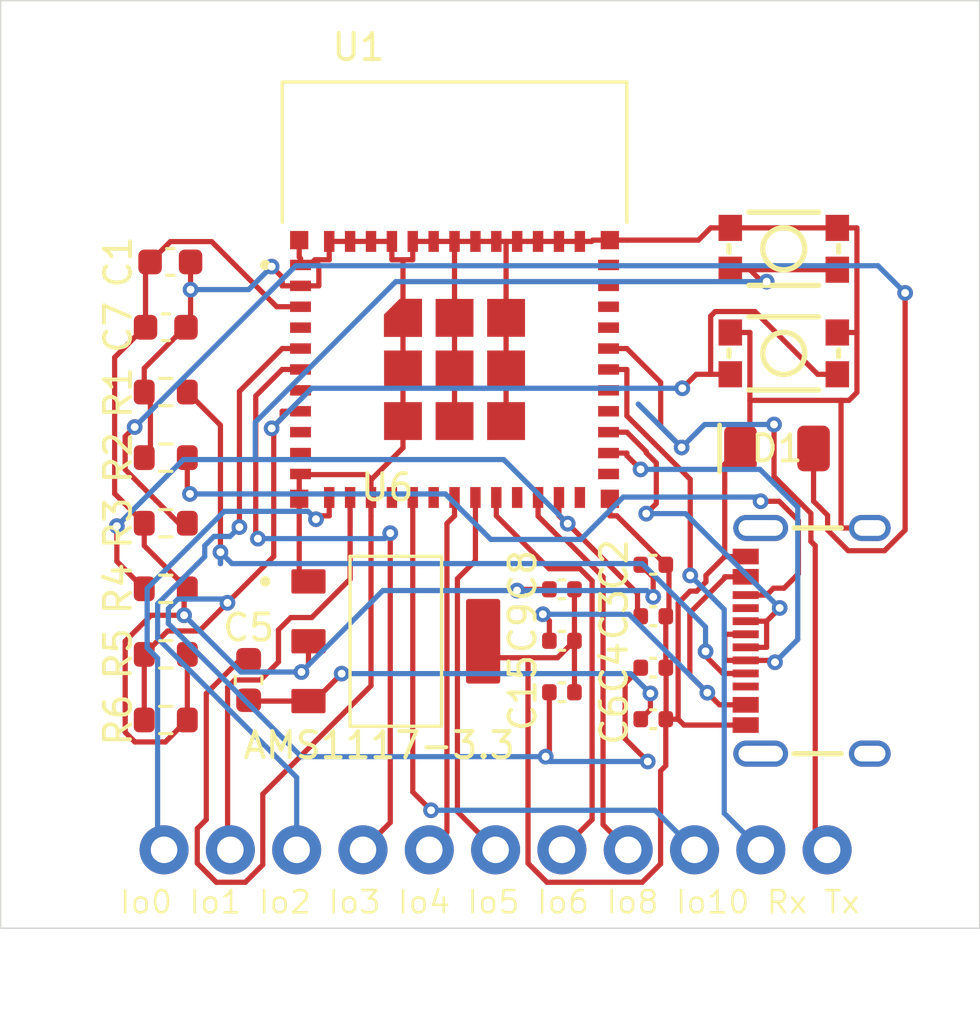
<source format=kicad_pcb>
(kicad_pcb (version 20241229) (generator "pcbnew") (generator_version "9.0")
  (layers (0 "F.Cu" signal) (2 "B.Cu" signal) (13 "F.Paste" user) (15 "B.Paste" user) (5 "F.SilkS" user "F.Silkscreen") (7 "B.SilkS" user "B.Silkscreen") (1 "F.Mask" user) (3 "B.Mask" user) (25 "Edge.Cuts" user))
  (net 0 "")
  (net 1 "GND")
  (net 2 "3V3")
  (net 3 "gpio9")
  (net 4 "chip_pu")
  (net 5 "5V")
  (net 6 "Vusb")
  (net 7 "Net-(D1-A)")
  (net 8 "TxD0")
  (net 9 "IO5")
  (net 10 "Io0")
  (net 11 "RxD0")
  (net 12 "IO10")
  (net 13 "I04")
  (net 14 "I01")
  (net 15 "IO6")
  (net 16 "I02")
  (net 17 "IO8")
  (net 18 "I03")
  (net 19 "Net-(J3-CC1)")
  (net 23 "D+")
  (net 24 "D-")
  (net 25 "Net-(J3-CC2)")
  (net 42 "EN_Boost")
  (footprint "PCM_SparkFun-Capacitor:C_0603_1608Metric" (layer "F.Cu") (at 72 62.5)
    (property "Reference" "C1")
    (property "Value" "10uF")
  )
  (footprint "PCM_SparkFun-LED:LED_1206_3216Metric_Green" (layer "F.Cu") (at 95.24 69.6402)
    (property "Reference" "D1")
    (property "Value" "Green")
  )
  (footprint "PCM_SparkFun-Capacitor:C_0402_1005Metric" (layer "F.Cu") (at 87 77)
    (property "Reference" "C9")
    (property "Value" "0.1uF")
  )
  (footprint "PCM_SparkFun-Capacitor:C_0402_1005Metric" (layer "F.Cu") (at 87 75.03)
    (property "Reference" "C8")
    (property "Value" "0.1uF")
  )
  (footprint "PCM_SparkFun-Switch:Push_SMD_4.6x2.8mm_h2.5mm" (layer "F.Cu") (at 95.5 66)
    (property "Reference" "SW2")
    (property "Value" "SMD_4.6x2.8mm_h2.5mm")
  )
  (footprint "PCM_SparkFun-Capacitor:C_0402_1005Metric" (layer "F.Cu") (at 90.5 78.03)
    (property "Reference" "C4")
    (property "Value" "0.1uF")
  )
  (footprint "AMS1117-3.3:SOT229P700X180-4N" (layer "F.Cu") (at 80.637 77.0175)
    (property "Reference" "U6")
    (property "Value" "AMS1117-3.3")
  )
  (footprint "PCM_SparkFun-Resistor:R_0603_1608Metric" (layer "F.Cu") (at 71.825 72.5)
    (property "Reference" "R3")
    (property "Value" "180")
  )
  (footprint "PCM_SparkFun-Capacitor:C_0603_1608Metric" (layer "F.Cu") (at 71.825 65)
    (property "Reference" "C7")
    (property "Value" "10uF")
  )
  (footprint "ESP32-C3-MINI-1-N4:XCVR_ESP32-C3-MINI-1-N4" (layer "F.Cu") (at 82.887 63.915)
    (property "Reference" "U1")
    (property "Value" "ESP32-C3-MINI-1-N4")
  )
  (footprint "PCM_SparkFun-Resistor:R_0603_1608Metric" (layer "F.Cu") (at 71.825 69.99)
    (property "Reference" "R2")
    (property "Value" "5.1k")
  )
  (footprint "PCM_SparkFun-Resistor:R_0603_1608Metric" (layer "F.Cu") (at 71.825 80.03)
    (property "Reference" "R6")
    (property "Value" "10k")
  )
  (footprint "PCM_SparkFun-Switch:Push_SMD_4.6x2.8mm_h2.5mm" (layer "F.Cu") (at 95.5 61.9968)
    (property "Reference" "SW1")
    (property "Value" "SMD_4.6x2.8mm_h2.5mm")
  )
  (footprint "PCM_SparkFun-Capacitor:C_0402_1005Metric" (layer "F.Cu") (at 87 78.97)
    (property "Reference" "C15")
    (property "Value" "1.0uF")
  )
  (footprint "PCM_SparkFun-Capacitor:C_0402_1005Metric" (layer "F.Cu") (at 90.5 76.06)
    (property "Reference" "C3")
    (property "Value" "0.1uF")
  )
  (footprint "PCM_SparkFun-Connector:USB-C_16" (layer "F.Cu") (at 93.7 77 90)
    (property "Reference" "J3")
    (property "Value" "USB_C_Receptacle")
  )
  (footprint "PCM_SparkFun-Connector:1x11_P2.54mm" (layer "F.Cu") (at 71.76 85)
    (property "Reference" "J1")
    (property "Value" "Conn_01x11")
  )
  (footprint "PCM_SparkFun-Resistor:R_0603_1608Metric" (layer "F.Cu") (at 71.825 75.01)
    (property "Reference" "R4")
    (property "Value" "10k")
  )
  (footprint "PCM_SparkFun-Capacitor:C_0402_1005Metric" (layer "F.Cu") (at 90.5 80)
    (property "Reference" "C6")
    (property "Value" "0.1uF")
  )
  (footprint "PCM_SparkFun-Resistor:R_0603_1608Metric" (layer "F.Cu") (at 71.825 67.48)
    (property "Reference" "R1")
    (property "Value" "5.1k")
  )
  (footprint "PCM_SparkFun-Capacitor:C_0603_1608Metric" (layer "F.Cu") (at 75 78.5 90)
    (property "Reference" "C5")
    (property "Value" "10uF")
  )
  (footprint "PCM_SparkFun-Resistor:R_0603_1608Metric" (layer "F.Cu") (at 71.825 77.52)
    (property "Reference" "R5")
    (property "Value" "10k")
  )
  (footprint "PCM_SparkFun-Capacitor:C_0402_1005Metric" (layer "F.Cu") (at 90.5 74.09)
    (property "Reference" "C2")
    (property "Value" "0.1uF")
  )
  (gr_rect (start 65.5 52.5) (end 103 88) (stroke (width 0.05)) (fill no) (layer "Edge.Cuts"))
  (gr_text "Io0 Io1 Io2 Io3 Io4 Io5 Io6 Io8 Io10 Rx Tx" (at 70 87.5 0) (layer "F.SilkS") (effects (font (size 0.85 0.86) (thickness 0.1)) (justify left bottom)))
  (segment (start 98.3017 61.1968) (end 98.3017 65.2) (width 0.2) (layer "F.Cu") (net 1))
  (segment (start 82.887 68.59) (end 82.887 66.615) (width 0.2) (layer "F.Cu") (net 1))
  (segment (start 85.7021 77.6476) (end 85.7021 85.5145) (width 0.2) (layer "F.Cu") (net 1))
  (segment (start 98.3017 67.4942) (end 97.9976 67.7983) (width 0.2) (layer "F.Cu") (net 1))
  (segment (start 87.48 77) (end 87.48 78.97) (width 0.2) (layer "F.Cu") (net 1))
  (segment (start 93.45 61.1968) (end 92.6983 61.1968) (width 0.2) (layer "F.Cu") (net 1))
  (segment (start 73.0315 85.5119) (end 73.0315 84.1889) (width 0.2) (layer "F.Cu") (net 1))
  (segment (start 94.2017 67.7983) (end 94.2017 69.2785) (width 0.2) (layer "F.Cu") (net 1))
  (segment (start 91.1017 74.2117) (end 90.98 74.09) (width 0.2) (layer "F.Cu") (net 1))
  (segment (start 79.687 71.515) (end 79.687 70.8133) (width 0.2) (layer "F.Cu") (net 1))
  (segment (start 76.937 62.3167) (end 76.987 62.3667) (width 0.2) (layer "F.Cu") (net 1))
  (segment (start 72.6 64.97) (end 72.775 64.795) (width 0.2) (layer "F.Cu") (net 1))
  (segment (start 88.837 61.665) (end 88.1853 61.665) (width 0.2) (layer "F.Cu") (net 1))
  (segment (start 88.1353 61.715) (end 87.687 61.715) (width 0.2) (layer "F.Cu") (net 1))
  (segment (start 77.292 74.7275) (end 76.937 74.3725) (width 0.2) (layer "F.Cu") (net 1))
  (segment (start 73.7611 86.2415) (end 73.0315 85.5119) (width 0.2) (layer "F.Cu") (net 1))
  (segment (start 97.6933 67.7983) (end 94.2017 67.7983) (width 0.2) (layer "F.Cu") (net 1))
  (segment (start 76.937 74.3725) (end 76.937 71.565) (width 0.2) (layer "F.Cu") (net 1))
  (segment (start 90.7815 85.5379) (end 90.7815 81.9782) (width 0.2) (layer "F.Cu") (net 1))
  (segment (start 73.3773 79.0207) (end 74.673 77.725) (width 0.2) (layer "F.Cu") (net 1))
  (segment (start 84.6121 77.6476) (end 85.7021 77.6476) (width 0.2) (layer "F.Cu") (net 1))
  (segment (start 87.687 61.715) (end 86.887 61.715) (width 0.2) (layer "F.Cu") (net 1))
  (segment (start 92.2301 61.665) (end 89.4887 61.665) (width 0.2) (layer "F.Cu") (net 1))
  (segment (start 76.987 62.3667) (end 76.987 62.615) (width 0.2) (layer "F.Cu") (net 1))
  (segment (start 78.087 61.715) (end 78.087 62.4167) (width 0.2) (layer "F.Cu") (net 1))
  (segment (start 86.4291 86.2415) (end 90.0779 86.2415) (width 0.2) (layer "F.Cu") (net 1))
  (segment (start 92.5174 74.4959) (end 93.2383 73.775) (width 0.2) (layer "F.Cu") (net 1))
  (segment (start 92.6983 61.1968) (end 92.2301 61.665) (width 0.2) (layer "F.Cu") (net 1))
  (segment (start 91.1017 75.9383) (end 91.1017 74.2117) (width 0.2) (layer "F.Cu") (net 1))
  (segment (start 94.04 80.225) (end 91.6772 80.225) (width 0.2) (layer "F.Cu") (net 1))
  (segment (start 71 66.57) (end 71 67.48) (width 0.2) (layer "F.Cu") (net 1))
  (segment (start 75.5415 85.572) (end 74.872 86.2415) (width 0.2) (layer "F.Cu") (net 1))
  (segment (start 77.3379 62.615) (end 77.6887 62.615) (width 0.2) (layer "F.Cu") (net 1))
  (segment (start 86.087 61.715) (end 86.037 61.715) (width 0.2) (layer "F.Cu") (net 1))
  (segment (start 90.98 78.03) (end 90.98 76.06) (width 0.2) (layer "F.Cu") (net 1))
  (segment (start 74.872 86.2415) (end 73.7611 86.2415) (width 0.2) (layer "F.Cu") (net 1))
  (segment (start 76.937 71.565) (end 76.937 70.69) (width 0.2) (layer "F.Cu") (net 1))
  (segment (start 85.887 61.715) (end 85.687 61.715) (width 0.2) (layer "F.Cu") (net 1))
  (segment (start 79.687 70.8133) (end 79.7154 70.8133) (width 0.2) (layer "F.Cu") (net 1))
  (segment (start 71 69.99) (end 71.2362 69.7538) (width 0.2) (layer "F.Cu") (net 1))
  (segment (start 98.3017 65.2) (end 98.3017 67.4942) (width 0.2) (layer "F.Cu") (net 1))
  (segment (start 78.887 61.715) (end 79.687 61.715) (width 0.2) (layer "F.Cu") (net 1))
  (segment (start 80.912 69.1033) (end 80.912 66.615) (width 0.2) (layer "F.Cu") (net 1))
  (segment (start 72.775 64.795) (end 72.775 63.5592) (width 0.2) (layer "F.Cu") (net 1))
  (segment (start 80.487 61.715) (end 80.487 62.4167) (width 0.2) (layer "F.Cu") (net 1))
  (segment (start 71.2362 69.7538) (end 71.2362 67.7162) (width 0.2) (layer "F.Cu") (net 1))
  (segment (start 80.912 64.64) (end 80.912 62.4167) (width 0.2) (layer "F.Cu") (net 1))
  (segment (start 80.912 62.4167) (end 81.287 62.4167) (width 0.2) (layer "F.Cu") (net 1))
  (segment (start 83.982 77.0175) (end 84.6121 77.6476) (width 0.2) (layer "F.Cu") (net 1))
  (segment (start 88.837 72.2167) (end 89.1067 72.2167) (width 0.2) (layer "F.Cu") (net 1))
  (segment (start 74.673 77.725) (end 75 77.725) (width 0.2) (layer "F.Cu") (net 1))
  (segment (start 88.837 61.665) (end 89.4887 61.665) (width 0.2) (layer "F.Cu") (net 1))
  (segment (start 91.4522 75.5611) (end 91.9141 75.0992) (width 0.2) (layer "F.Cu") (net 1))
  (segment (start 79.687 78.7225) (end 75.5415 82.868) (width 0.2) (layer "F.Cu") (net 1))
  (segment (start 91.4522 80) (end 91.4522 75.5611) (width 0.2) (layer "F.Cu") (net 1))
  (segment (start 85.7021 77.6476) (end 86.8324 77.6476) (width 0.2) (layer "F.Cu") (net 1))
  (segment (start 77.3379 62.615) (end 77.5362 62.4167) (width 0.2) (layer "F.Cu") (net 1))
  (segment (start 84.862 68.59) (end 84.862 66.615) (width 0.2) (layer "F.Cu") (net 1))
  (segment (start 87.48 77) (end 87.48 75.03) (width 0.2) (layer "F.Cu") (net 1))
  (segment (start 85.287 61.715) (end 84.862 61.715) (width 0.2) (layer "F.Cu") (net 1))
  (segment (start 98.795 72.682) (end 97.6933 72.682) (width 0.2) (layer "F.Cu") (net 1))
  (segment (start 86.887 61.715) (end 86.087 61.715) (width 0.2) (layer "F.Cu") (net 1))
  (segment (start 91.9141 75.0992) (end 92.1649 75.0992) (width 0.2) (layer "F.Cu") (net 1))
  (segment (start 97.55 61.1968) (end 98.3017 61.1968) (width 0.2) (layer "F.Cu") (net 1))
  (segment (start 94.2017 65.2) (end 94.2017 67.7983) (width 0.2) (layer "F.Cu") (net 1))
  (segment (start 76.987 70.64) (end 76.987 70.615) (width 0.2) (layer "F.Cu") (net 1))
  (segment (start 85.687 61.715) (end 85.287 61.715) (width 0.2) (layer "F.Cu") (net 1))
  (segment (start 78.087 61.715) (end 78.887 61.715) (width 0.2) (layer "F.Cu") (net 1))
  (segment (start 77.6887 63.415) (end 77.6887 62.615) (width 0.2) (layer "F.Cu") (net 1))
  (segment (start 93.2383 70.2419) (end 93.2383 73.775) (width 0.2) (layer "F.Cu") (net 1))
  (segment (start 82.887 64.64) (end 82.887 66.615) (width 0.2) (layer "F.Cu") (net 1))
  (segment (start 97.55 65.2) (end 98.3017 65.2) (width 0.2) (layer "F.Cu") (net 1))
  (segment (start 83.687 61.715) (end 82.887 61.715) (width 0.2) (layer "F.Cu") (net 1))
  (segment (start 82.887 61.715) (end 82.087 61.715) (width 0.2) (layer "F.Cu") (net 1))
  (segment (start 76.987 63.415) (end 77.6887 63.415) (width 0.2) (layer "F.Cu") (net 1))
  (segment (start 79.687 71.515) (end 79.687 72.2167) (width 0.2) (layer "F.Cu") (net 1))
  (segment (start 90.9906 78.0406) (end 90.98 78.03) (width 0.2) (layer "F.Cu") (net 1))
  (segment (start 80.912 68.59) (end 80.912 69.1033) (width 0.2) (layer "F.Cu") (net 1))
  (segment (start 79.687 61.715) (end 80.487 61.715) (width 0.2) (layer "F.Cu") (net 1))
  (segment (start 72.6 64.97) (end 71 66.57) (width 0.2) (layer "F.Cu") (net 1))
  (segment (start 90.9906 79.9894) (end 90.9906 78.0406) (width 0.2) (layer "F.Cu") (net 1))
  (segment (start 85.7021 85.5145) (end 86.4291 86.2415) (width 0.2) (layer "F.Cu") (net 1))
  (segment (start 73.3773 83.8431) (end 73.3773 79.0207) (width 0.2) (layer "F.Cu") (net 1))
  (segment (start 90.0779 86.2415) (end 90.7815 85.5379) (width 0.2) (layer "F.Cu") (net 1))
  (segment (start 76.987 62.615) (end 77.3379 62.615) (width 0.2) (layer "F.Cu") (net 1))
  (segment (start 97.9976 67.7983) (end 97.6933 67.7983) (width 0.2) (layer "F.Cu") (net 1))
  (segment (start 77.5362 62.4167) (end 78.087 62.4167) (width 0.2) (layer "F.Cu") (net 1))
  (segment (start 84.862 61.715) (end 84.487 61.715) (width 0.2) (layer "F.Cu") (net 1))
  (segment (start 72.775 63.5592) (end 72.775 62.5) (width 0.2) (layer "F.Cu") (net 1))
  (segment (start 76.937 70.69) (end 76.987 70.64) (width 0.2) (layer "F.Cu") (net 1))
  (segment (start 94.2017 69.2785) (end 93.84 69.6402) (width 0.2) (layer "F.Cu") (net 1))
  (segment (start 85.987 61.715) (end 85.887 61.715) (width 0.2) (layer "F.Cu") (net 1))
  (segment (start 76.987 70.64) (end 79.5137 70.64) (width 0.2) (layer "F.Cu") (net 1))
  (segment (start 90.98 81.7797) (end 90.98 80) (width 0.2) (layer "F.Cu") (net 1))
  (segment (start 91.4522 80) (end 90.98 80) (width 0.2) (layer "F.Cu") (net 1))
  (segment (start 79.5137 70.64) (end 79.687 70.8133) (width 0.2) (layer "F.Cu") (net 1))
  (segment (start 90.98 76.06) (end 91.1017 75.9383) (width 0.2) (layer "F.Cu") (net 1))
  (segment (start 90.7815 81.9782) (end 90.98 81.7797) (width 0.2) (layer "F.Cu") (net 1))
  (segment (start 75.8811 62.679) (end 76.2853 63.0832) (width 0.2) (layer "F.Cu") (net 1))
  (segment (start 91.6772 80.225) (end 91.4522 80) (width 0.2) (layer "F.Cu") (net 1))
  (segment (start 86.037 61.715) (end 85.987 61.715) (width 0.2) (layer "F.Cu") (net 1))
  (segment (start 76.987 63.415) (end 76.2853 63.415) (width 0.2) (layer "F.Cu") (net 1))
  (segment (start 71.2362 67.7162) (end 71 67.48) (width 0.2) (layer "F.Cu") (net 1))
  (segment (start 81.287 61.715) (end 81.287 62.4167) (width 0.2) (layer "F.Cu") (net 1))
  (segment (start 84.862 64.64) (end 84.862 66.615) (width 0.2) (layer "F.Cu") (net 1))
  (segment (start 93.45 61.1968) (end 97.55 61.1968) (width 0.2) (layer "F.Cu") (net 1))
  (segment (start 73.0315 84.1889) (end 73.3773 83.8431) (width 0.2) (layer "F.Cu") (net 1))
  (segment (start 76.2853 63.0832) (end 76.2853 63.415) (width 0.2) (layer "F.Cu") (net 1))
  (segment (start 93.45 65.2) (end 94.2017 65.2) (width 0.2) (layer "F.Cu") (net 1))
  (segment (start 88.1853 61.665) (end 88.1353 61.715) (width 0.2) (layer "F.Cu") (net 1))
  (segment (start 93.84 69.6402) (end 93.2383 70.2419) (width 0.2) (layer "F.Cu") (net 1))
  (segment (start 82.887 61.715) (end 82.887 64.64) (width 0.2) (layer "F.Cu") (net 1))
  (segment (start 92.1649 75.0992) (end 92.5174 74.7467) (width 0.2) (layer "F.Cu") (net 1))
  (segment (start 90.98 80) (end 90.9906 79.9894) (width 0.2) (layer "F.Cu") (net 1))
  (segment (start 80.487 62.4167) (end 80.912 62.4167) (width 0.2) (layer "F.Cu") (net 1))
  (segment (start 79.7154 70.8133) (end 80.912 69.6167) (width 0.2) (layer "F.Cu") (net 1))
  (segment (start 80.912 64.64) (end 80.912 66.615) (width 0.2) (layer "F.Cu") (net 1))
  (segment (start 79.687 72.2167) (end 79.687 78.7225) (width 0.2) (layer "F.Cu") (net 1))
  (segment (start 82.087 61.715) (end 81.287 61.715) (width 0.2) (layer "F.Cu") (net 1))
  (segment (start 80.912 69.1033) (end 80.912 69.6167) (width 0.2) (layer "F.Cu") (net 1))
  (segment (start 97.6933 67.7983) (end 97.6933 72.682) (width 0.2) (layer "F.Cu") (net 1))
  (segment (start 75.5415 82.868) (end 75.5415 85.572) (width 0.2) (layer "F.Cu") (net 1))
  (segment (start 94.04 73.775) (end 93.2383 73.775) (width 0.2) (layer "F.Cu") (net 1))
  (segment (start 88.837 71.565) (end 88.837 72.2167) (width 0.2) (layer "F.Cu") (net 1))
  (segment (start 89.1067 72.2167) (end 90.98 74.09) (width 0.2) (layer "F.Cu") (net 1))
  (segment (start 84.487 61.715) (end 83.687 61.715) (width 0.2) (layer "F.Cu") (net 1))
  (segment (start 86.8324 77.6476) (end 87.48 77) (width 0.2) (layer "F.Cu") (net 1))
  (segment (start 84.862 61.715) (end 84.862 64.64) (width 0.2) (layer "F.Cu") (net 1))
  (segment (start 92.5174 74.7467) (end 92.5174 74.4959) (width 0.2) (layer "F.Cu") (net 1))
  (segment (start 76.937 61.665) (end 76.937 62.3167) (width 0.2) (layer "F.Cu") (net 1))
  (via (at 72.775 63.5592) (size 0.6) (drill 0.3) (layers "F.Cu" "B.Cu") (net 1))
  (via (at 75.8811 62.679) (size 0.6) (drill 0.3) (layers "F.Cu" "B.Cu") (net 1))
  (segment (start 75.0009 63.5592) (end 75.8811 62.679) (width 0.2) (layer "B.Cu") (net 1))
  (segment (start 72.775 63.5592) (end 75.0009 63.5592) (width 0.2) (layer "B.Cu") (net 1))
  (segment (start 90.4977 74.5677) (end 90.4977 75.3171) (width 0.2) (layer "F.Cu") (net 2))
  (segment (start 77.0237 78.1938) (end 77.292 77.9255) (width 0.2) (layer "F.Cu") (net 2))
  (segment (start 86.52 75.03) (end 85.3288 75.03) (width 0.2) (layer "F.Cu") (net 2))
  (segment (start 70.2706 77.0154) (end 71.2636 76.0224) (width 0.2) (layer "F.Cu") (net 2))
  (segment (start 72.65 77.52) (end 72.65 80.03) (width 0.2) (layer "F.Cu") (net 2))
  (segment (start 69.8672 71.3672) (end 71 72.5) (width 0.2) (layer "F.Cu") (net 2))
  (segment (start 72.5279 75.1321) (end 72.65 75.01) (width 0.2) (layer "F.Cu") (net 2))
  (segment (start 85.3288 75.03) (end 85.2822 75.0766) (width 0.2) (layer "F.Cu") (net 2))
  (segment (start 76.987 64.215) (end 76.0759 64.215) (width 0.2) (layer "F.Cu") (net 2))
  (segment (start 71.8089 80.8711) (end 70.6428 80.8711) (width 0.2) (layer "F.Cu") (net 2))
  (segment (start 71 73.36) (end 71 72.5) (width 0.2) (layer "F.Cu") (net 2))
  (segment (start 71.05 62.675) (end 71.05 64.97) (width 0.2) (layer "F.Cu") (net 2))
  (segment (start 77.292 77.9255) (end 77.292 77.0175) (width 0.2) (layer "F.Cu") (net 2))
  (segment (start 71.05 64.97) (end 69.8672 66.1528) (width 0.2) (layer "F.Cu") (net 2))
  (segment (start 72.65 80.03) (end 71.8089 80.8711) (width 0.2) (layer "F.Cu") (net 2))
  (segment (start 72.65 75.01) (end 71 73.36) (width 0.2) (layer "F.Cu") (net 2))
  (segment (start 76.0759 64.215) (end 73.5824 61.7215) (width 0.2) (layer "F.Cu") (net 2))
  (segment (start 70.6428 80.8711) (end 70.2706 80.4989) (width 0.2) (layer "F.Cu") (net 2))
  (segment (start 73.5824 61.7215) (end 72.0035 61.7215) (width 0.2) (layer "F.Cu") (net 2))
  (segment (start 70.2706 80.4989) (end 70.2706 77.0154) (width 0.2) (layer "F.Cu") (net 2))
  (segment (start 71.2636 76.0224) (end 72.5279 76.0224) (width 0.2) (layer "F.Cu") (net 2))
  (segment (start 71.225 62.5) (end 71.05 62.675) (width 0.2) (layer "F.Cu") (net 2))
  (segment (start 72.0035 61.7215) (end 71.225 62.5) (width 0.2) (layer "F.Cu") (net 2))
  (segment (start 90.02 74.09) (end 90.4977 74.5677) (width 0.2) (layer "F.Cu") (net 2))
  (segment (start 69.8672 66.1528) (end 69.8672 71.3672) (width 0.2) (layer "F.Cu") (net 2))
  (segment (start 72.5279 76.0224) (end 72.5279 75.1321) (width 0.2) (layer "F.Cu") (net 2))
  (via (at 85.2822 75.0766) (size 0.6) (drill 0.3) (layers "F.Cu" "B.Cu") (net 2))
  (via (at 90.4977 75.3171) (size 0.6) (drill 0.3) (layers "F.Cu" "B.Cu") (net 2))
  (via (at 72.5279 76.0224) (size 0.6) (drill 0.3) (layers "F.Cu" "B.Cu") (net 2))
  (via (at 77.0237 78.1938) (size 0.6) (drill 0.3) (layers "F.Cu" "B.Cu") (net 2))
  (segment (start 90.4977 75.3171) (end 90.2572 75.0766) (width 0.2) (layer "B.Cu") (net 2))
  (segment (start 90.2572 75.0766) (end 85.2822 75.0766) (width 0.2) (layer "B.Cu") (net 2))
  (segment (start 72.5279 76.0224) (end 74.6993 78.1938) (width 0.2) (layer "B.Cu") (net 2))
  (segment (start 74.6993 78.1938) (end 77.0237 78.1938) (width 0.2) (layer "B.Cu") (net 2))
  (segment (start 77.0237 78.1938) (end 80.1409 75.0766) (width 0.2) (layer "B.Cu") (net 2))
  (segment (start 80.1409 75.0766) (end 85.2822 75.0766) (width 0.2) (layer "B.Cu") (net 2))
  (segment (start 87.2221 72.5153) (end 89.896 75.1892) (width 0.2) (layer "F.Cu") (net 3))
  (segment (start 71 75.01) (end 69.9512 73.9612) (width 0.2) (layer "F.Cu") (net 3))
  (segment (start 93.45 62.7968) (end 94.2017 62.7968) (width 0.2) (layer "F.Cu") (net 3))
  (segment (start 87.1856 72.5153) (end 86.887 72.2167) (width 0.2) (layer "F.Cu") (net 3))
  (segment (start 94.6586 63.2537) (end 94.8434 63.2537) (width 0.2) (layer "F.Cu") (net 3))
  (segment (start 69.9512 73.9612) (end 69.9512 72.6109) (width 0.2) (layer "F.Cu") (net 3))
  (segment (start 89.896 75.1892) (end 89.896 75.936) (width 0.2) (layer "F.Cu") (net 3))
  (segment (start 94.2017 62.7968) (end 94.6586 63.2537) (width 0.2) (layer "F.Cu") (net 3))
  (segment (start 97.55 62.7968) (end 94.2017 62.7968) (width 0.2) (layer "F.Cu") (net 3))
  (segment (start 89.896 75.936) (end 90.02 76.06) (width 0.2) (layer "F.Cu") (net 3))
  (segment (start 86.887 71.515) (end 86.887 72.2167) (width 0.2) (layer "F.Cu") (net 3))
  (segment (start 87.2221 72.5153) (end 87.1856 72.5153) (width 0.2) (layer "F.Cu") (net 3))
  (via (at 94.8434 63.2537) (size 0.6) (drill 0.3) (layers "F.Cu" "B.Cu") (net 3))
  (via (at 69.9512 72.6109) (size 0.6) (drill 0.3) (layers "F.Cu" "B.Cu") (net 3))
  (via (at 87.2221 72.5153) (size 0.6) (drill 0.3) (layers "F.Cu" "B.Cu") (net 3))
  (segment (start 80.6352 63.2537) (end 94.8434 63.2537) (width 0.2) (layer "B.Cu") (net 3))
  (segment (start 72.498 70.0641) (end 69.9512 72.6109) (width 0.2) (layer "B.Cu") (net 3))
  (segment (start 84.7709 70.0641) (end 87.2221 72.5153) (width 0.2) (layer "B.Cu") (net 3))
  (segment (start 75.2533 68.6356) (end 80.6352 63.2537) (width 0.2) (layer "B.Cu") (net 3))
  (segment (start 75.2533 70.0641) (end 75.2533 68.6356) (width 0.2) (layer "B.Cu") (net 3))
  (segment (start 75.2533 70.0641) (end 84.7709 70.0641) (width 0.2) (layer "B.Cu") (net 3))
  (segment (start 75.2533 70.0641) (end 72.498 70.0641) (width 0.2) (layer "B.Cu") (net 3))
  (segment (start 90.02 78.03) (end 89.4219 78.6281) (width 0.2) (layer "F.Cu") (net 4))
  (segment (start 76.6362 68.215) (end 76.2853 68.215) (width 0.2) (layer "F.Cu") (net 4))
  (segment (start 75.961 68.9486) (end 75.8811 68.8687) (width 0.2) (layer "F.Cu") (net 4))
  (segment (start 71 77.52) (end 71 80.03) (width 0.2) (layer "F.Cu") (net 4))
  (segment (start 97.55 66.8) (end 96.7983 66.8) (width 0.2) (layer "F.Cu") (net 4))
  (segment (start 76.6362 68.215) (end 76.987 68.215) (width 0.2) (layer "F.Cu") (net 4))
  (segment (start 71 77.52) (end 71.8959 76.6241) (width 0.2) (layer "F.Cu") (net 4))
  (segment (start 74.1871 75.546) (end 75.961 73.7721) (width 0.2) (layer "F.Cu") (net 4))
  (segment (start 92.875 64.3983) (end 94.3966 64.3983) (width 0.2) (layer "F.Cu") (net 4))
  (segment (start 86.52 81.292) (end 86.52 78.97) (width 0.2) (layer "F.Cu") (net 4))
  (segment (start 94.3966 64.3983) (end 96.7983 66.8) (width 0.2) (layer "F.Cu") (net 4))
  (segment (start 75.961 73.7721) (end 75.961 68.9486) (width 0.2) (layer "F.Cu") (net 4))
  (segment (start 92.7578 66.8) (end 92.6983 66.8) (width 0.2) (layer "F.Cu") (net 4))
  (segment (start 93.45 66.8) (end 92.7578 66.8) (width 0.2) (layer "F.Cu") (net 4))
  (segment (start 89.4219 78.6281) (end 89.4219 80.7515) (width 0.2) (layer "F.Cu") (net 4))
  (segment (start 89.4219 80.7515) (end 90.2896 81.6192) (width 0.2) (layer "F.Cu") (net 4))
  (segment (start 92.6983 66.8) (end 92.1478 66.8) (width 0.2) (layer "F.Cu") (net 4))
  (segment (start 75.8811 68.8687) (end 76.2853 68.4645) (width 0.2) (layer "F.Cu") (net 4))
  (segment (start 76.2853 68.4645) (end 76.2853 68.215) (width 0.2) (layer "F.Cu") (net 4))
  (segment (start 92.6983 66.8) (end 92.6983 64.575) (width 0.2) (layer "F.Cu") (net 4))
  (segment (start 73.109 76.6241) (end 74.1871 75.546) (width 0.2) (layer "F.Cu") (net 4))
  (segment (start 86.3777 81.4343) (end 86.52 81.292) (width 0.2) (layer "F.Cu") (net 4))
  (segment (start 92.6983 64.575) (end 92.875 64.3983) (width 0.2) (layer "F.Cu") (net 4))
  (segment (start 71.8959 76.6241) (end 73.109 76.6241) (width 0.2) (layer "F.Cu") (net 4))
  (segment (start 92.1478 66.8) (end 91.6129 67.3349) (width 0.2) (layer "F.Cu") (net 4))
  (via (at 74.1871 75.546) (size 0.6) (drill 0.3) (layers "F.Cu" "B.Cu") (net 4))
  (via (at 75.8811 68.8687) (size 0.6) (drill 0.3) (layers "F.Cu" "B.Cu") (net 4))
  (via (at 90.2896 81.6192) (size 0.6) (drill 0.3) (layers "F.Cu" "B.Cu") (net 4))
  (via (at 86.3777 81.4343) (size 0.6) (drill 0.3) (layers "F.Cu" "B.Cu") (net 4))
  (via (at 91.6129 67.3349) (size 0.6) (drill 0.3) (layers "F.Cu" "B.Cu") (net 4))
  (segment (start 71.9247 76.3416) (end 71.9247 75.768) (width 0.2) (layer "B.Cu") (net 4))
  (segment (start 77.0174 81.4343) (end 71.9247 76.3416) (width 0.2) (layer "B.Cu") (net 4))
  (segment (start 77.4149 67.3349) (end 75.8811 68.8687) (width 0.2) (layer "B.Cu") (net 4))
  (segment (start 91.6129 67.3349) (end 77.4149 67.3349) (width 0.2) (layer "B.Cu") (net 4))
  (segment (start 72.2925 75.4002) (end 74.0413 75.4002) (width 0.2) (layer "B.Cu") (net 4))
  (segment (start 71.9247 75.768) (end 72.2925 75.4002) (width 0.2) (layer "B.Cu") (net 4))
  (segment (start 90.2896 81.6192) (end 86.5626 81.6192) (width 0.2) (layer "B.Cu") (net 4))
  (segment (start 74.0413 75.4002) (end 74.1871 75.546) (width 0.2) (layer "B.Cu") (net 4))
  (segment (start 86.3777 81.4343) (end 77.0174 81.4343) (width 0.2) (layer "B.Cu") (net 4))
  (segment (start 86.5626 81.6192) (end 86.3777 81.4343) (width 0.2) (layer "B.Cu") (net 4))
  (segment (start 77.292 79.3075) (end 75.0325 79.3075) (width 0.2) (layer "F.Cu") (net 5))
  (segment (start 78.5635 78.2568) (end 77.5128 79.3075) (width 0.2) (layer "F.Cu") (net 5))
  (segment (start 90.3889 79.015) (end 90.3889 79.6311) (width 0.2) (layer "F.Cu") (net 5))
  (segment (start 90.3889 79.6311) (end 90.02 80) (width 0.2) (layer "F.Cu") (net 5))
  (segment (start 77.5128 79.3075) (end 77.292 79.3075) (width 0.2) (layer "F.Cu") (net 5))
  (segment (start 75.0325 79.3075) (end 75 79.275) (width 0.2) (layer "F.Cu") (net 5))
  (via (at 90.3889 79.015) (size 0.6) (drill 0.3) (layers "F.Cu" "B.Cu") (net 5))
  (via (at 78.5635 78.2568) (size 0.6) (drill 0.3) (layers "F.Cu" "B.Cu") (net 5))
  (segment (start 89.6307 78.2568) (end 90.3889 79.015) (width 0.2) (layer "B.Cu") (net 5))
  (segment (start 78.5635 78.2568) (end 89.6307 78.2568) (width 0.2) (layer "B.Cu") (net 5))
  (segment (start 92.5707 78.9857) (end 93.035 79.45) (width 0.2) (layer "F.Cu") (net 6))
  (segment (start 94.04 74.55) (end 93.2383 74.55) (width 0.2) (layer "F.Cu") (net 6))
  (segment (start 93.035 79.45) (end 94.04 79.45) (width 0.2) (layer "F.Cu") (net 6))
  (segment (start 92.5707 78.9857) (end 91.9015 78.3165) (width 0.2) (layer "F.Cu") (net 6))
  (segment (start 92.5691 78.9857) (end 92.5707 78.9857) (width 0.2) (layer "F.Cu") (net 6))
  (segment (start 93.2383 74.5938) (end 93.2383 74.55) (width 0.2) (layer "F.Cu") (net 6))
  (segment (start 91.9015 78.3165) (end 91.9015 75.9306) (width 0.2) (layer "F.Cu") (net 6))
  (segment (start 92.5707 78.9857) (end 92.5691 78.9857) (width 0.2) (layer "F.Cu") (net 6))
  (segment (start 86.2703 75.9842) (end 86.52 76.2339) (width 0.2) (layer "F.Cu") (net 6))
  (segment (start 86.52 76.2339) (end 86.52 77) (width 0.2) (layer "F.Cu") (net 6))
  (segment (start 91.9015 75.9306) (end 93.2383 74.5938) (width 0.2) (layer "F.Cu") (net 6))
  (via (at 86.2703 75.9842) (size 0.6) (drill 0.3) (layers "F.Cu" "B.Cu") (net 6))
  (via (at 92.5707 78.9857) (size 0.6) (drill 0.3) (layers "F.Cu" "B.Cu") (net 6))
  (segment (start 86.2703 75.9842) (end 89.5692 75.9842) (width 0.2) (layer "B.Cu") (net 6))
  (segment (start 92.5691 78.9857) (end 92.5707 78.9857) (width 0.2) (layer "B.Cu") (net 6))
  (segment (start 89.5692 75.9842) (end 92.5707 78.9857) (width 0.2) (layer "B.Cu") (net 6))
  (segment (start 92.5707 78.9857) (end 92.5691 78.9857) (width 0.2) (layer "B.Cu") (net 6))
  (segment (start 99.3585 73.5523) (end 97.9672 73.5523) (width 0.2) (layer "F.Cu") (net 7))
  (segment (start 70.2689 69.1839) (end 70.2689 70.4446) (width 0.2) (layer "F.Cu") (net 7))
  (segment (start 100.1481 72.7627) (end 99.3585 73.5523) (width 0.2) (layer "F.Cu") (net 7))
  (segment (start 70.6345 68.8183) (end 70.2689 69.1839) (width 0.2) (layer "F.Cu") (net 7))
  (segment (start 96.64 71.657) (end 96.64 69.6402) (width 0.2) (layer "F.Cu") (net 7))
  (segment (start 100.1481 63.6851) (end 100.1481 72.7627) (width 0.2) (layer "F.Cu") (net 7))
  (segment (start 97.9672 73.5523) (end 97.1788 72.7639) (width 0.2) (layer "F.Cu") (net 7))
  (segment (start 96.708 71.725) (end 96.64 71.657) (width 0.2) (layer "F.Cu") (net 7))
  (segment (start 70.2689 70.4446) (end 72.3243 72.5) (width 0.2) (layer "F.Cu") (net 7))
  (segment (start 72.3243 72.5) (end 72.65 72.5) (width 0.2) (layer "F.Cu") (net 7))
  (segment (start 97.1788 72.1958) (end 96.708 71.725) (width 0.2) (layer "F.Cu") (net 7))
  (segment (start 97.1788 72.7639) (end 97.1788 72.1958) (width 0.2) (layer "F.Cu") (net 7))
  (via (at 100.1481 63.6851) (size 0.6) (drill 0.3) (layers "F.Cu" "B.Cu") (net 7))
  (via (at 70.6345 68.8183) (size 0.6) (drill 0.3) (layers "F.Cu" "B.Cu") (net 7))
  (segment (start 99.1086 62.6456) (end 76.8072 62.6456) (width 0.2) (layer "B.Cu") (net 7))
  (segment (start 76.8072 62.6456) (end 70.6345 68.8183) (width 0.2) (layer "B.Cu") (net 7))
  (segment (start 100.1481 63.6851) (end 99.1086 62.6456) (width 0.2) (layer "B.Cu") (net 7))
  (segment (start 96.5396 72.1247) (end 95.1264 70.7115) (width 0.2) (layer "F.Cu") (net 8))
  (segment (start 96.7044 84.5444) (end 96.7044 73.3595) (width 0.2) (layer "F.Cu") (net 8))
  (segment (start 96.7044 73.3595) (end 96.5396 73.1947) (width 0.2) (layer "F.Cu") (net 8))
  (segment (start 90.7844 67.1107) (end 89.4887 65.815) (width 0.2) (layer "F.Cu") (net 8))
  (segment (start 96.5396 73.1947) (end 96.5396 72.1247) (width 0.2) (layer "F.Cu") (net 8))
  (segment (start 91.5864 69.6015) (end 90.7844 68.7995) (width 0.2) (layer "F.Cu") (net 8))
  (segment (start 95.1264 70.7115) (end 95.1264 68.7211) (width 0.2) (layer "F.Cu") (net 8))
  (segment (start 96.7044 73.3595) (end 96.5396 73.1947) (width 0.2) (layer "F.Cu") (net 8))
  (segment (start 88.787 65.815) (end 89.4887 65.815) (width 0.2) (layer "F.Cu") (net 8))
  (segment (start 97.16 85) (end 96.7044 84.5444) (width 0.2) (layer "F.Cu") (net 8))
  (segment (start 90.7844 68.7995) (end 90.7844 67.1107) (width 0.2) (layer "F.Cu") (net 8))
  (via (at 95.1264 68.7211) (size 0.6) (drill 0.3) (layers "F.Cu" "B.Cu") (net 8))
  (via (at 91.5864 69.6015) (size 0.6) (drill 0.3) (layers "F.Cu" "B.Cu") (net 8))
  (segment (start 91.5864 69.6015) (end 92.4668 68.7211) (width 0.2) (layer "B.Cu") (net 8))
  (segment (start 91.5864 69.6015) (end 91.5877 69.6002) (width 0.2) (layer "B.Cu") (net 8))
  (segment (start 89.9279 67.943) (end 91.5864 69.6015) (width 0.2) (layer "B.Cu") (net 8))
  (segment (start 91.5864 69.6015) (end 89.9279 67.943) (width 0.2) (layer "B.Cu") (net 8))
  (segment (start 92.4668 68.7211) (end 95.1264 68.7211) (width 0.2) (layer "B.Cu") (net 8))
  (segment (start 91.5877 69.6002) (end 91.5864 69.6015) (width 0.2) (layer "B.Cu") (net 8))
  (segment (start 83.687 73.9329) (end 83.687 71.515) (width 0.2) (layer "F.Cu") (net 9))
  (segment (start 82.9976 83.5376) (end 82.9976 74.6223) (width 0.2) (layer "F.Cu") (net 9))
  (segment (start 82.9976 74.6223) (end 83.687 73.9329) (width 0.2) (layer "F.Cu") (net 9))
  (segment (start 84.46 85) (end 82.9976 83.5376) (width 0.2) (layer "F.Cu") (net 9))
  (segment (start 78.087 71.515) (end 78.087 72.2167) (width 0.2) (layer "F.Cu") (net 10))
  (segment (start 77.5784 72.347) (end 77.7087 72.2167) (width 0.2) (layer "F.Cu") (net 10))
  (segment (start 77.7087 72.2167) (end 78.087 72.2167) (width 0.2) (layer "F.Cu") (net 10))
  (via (at 77.5784 72.347) (size 0.6) (drill 0.3) (layers "F.Cu" "B.Cu") (net 10))
  (segment (start 71.1117 77.2678) (end 71.3471 77.5032) (width 0.2) (layer "B.Cu") (net 10))
  (segment (start 71.5119 77.668) (end 71.5119 84.7519) (width 0.2) (layer "B.Cu") (net 10))
  (segment (start 74.0628 72.0457) (end 71.1117 74.9968) (width 0.2) (layer "B.Cu") (net 10))
  (segment (start 71.3471 77.5032) (end 71.5119 77.668) (width 0.2) (layer "B.Cu") (net 10))
  (segment (start 77.2771 72.0457) (end 74.0628 72.0457) (width 0.2) (layer "B.Cu") (net 10))
  (segment (start 71.1117 74.9968) (end 71.1117 77.2678) (width 0.2) (layer "B.Cu") (net 10))
  (segment (start 77.5784 72.347) (end 77.2771 72.0457) (width 0.2) (layer "B.Cu") (net 10))
  (segment (start 71.3471 77.5032) (end 71.5119 77.668) (width 0.2) (layer "B.Cu") (net 10))
  (segment (start 71.5119 84.7519) (end 71.76 85) (width 0.2) (layer "B.Cu") (net 10))
  (segment (start 89.4887 68.3913) (end 91.9157 70.8183) (width 0.2) (layer "F.Cu") (net 11))
  (segment (start 88.787 66.615) (end 89.4887 66.615) (width 0.2) (layer "F.Cu") (net 11))
  (segment (start 91.9157 70.8183) (end 91.9157 74.4975) (width 0.2) (layer "F.Cu") (net 11))
  (segment (start 89.4887 66.615) (end 89.4887 68.3913) (width 0.2) (layer "F.Cu") (net 11))
  (via (at 91.9157 74.4975) (size 0.6) (drill 0.3) (layers "F.Cu" "B.Cu") (net 11))
  (segment (start 93.2178 83.5978) (end 94.62 85) (width 0.2) (layer "B.Cu") (net 11))
  (segment (start 93.2178 75.7996) (end 93.2178 83.5978) (width 0.2) (layer "B.Cu") (net 11))
  (segment (start 91.9157 74.4975) (end 93.2178 75.7996) (width 0.2) (layer "B.Cu") (net 11))
  (segment (start 81.287 71.515) (end 81.287 82.7858) (width 0.2) (layer "F.Cu") (net 12))
  (segment (start 81.287 82.7858) (end 81.988 83.4868) (width 0.2) (layer "F.Cu") (net 12))
  (via (at 81.988 83.4868) (size 0.6) (drill 0.3) (layers "F.Cu" "B.Cu") (net 12))
  (segment (start 90.5668 83.4868) (end 81.988 83.4868) (width 0.2) (layer "B.Cu") (net 12))
  (segment (start 92.08 85) (end 90.5668 83.4868) (width 0.2) (layer "B.Cu") (net 12))
  (segment (start 82.5959 84.3241) (end 81.92 85) (width 0.2) (layer "F.Cu") (net 13))
  (segment (start 82.5959 72.5078) (end 82.5959 84.3241) (width 0.2) (layer "F.Cu") (net 13))
  (segment (start 82.887 72.2167) (end 82.5959 72.5078) (width 0.2) (layer "F.Cu") (net 13))
  (segment (start 82.887 71.515) (end 82.887 72.2167) (width 0.2) (layer "F.Cu") (net 13))
  (segment (start 76.1422 77.8097) (end 76.1422 76.5828) (width 0.2) (layer "F.Cu") (net 14))
  (segment (start 74.3 85) (end 74.1935 84.8935) (width 0.2) (layer "F.Cu") (net 14))
  (segment (start 76.6159 76.1091) (end 77.4167 76.1091) (width 0.2) (layer "F.Cu") (net 14))
  (segment (start 75.4519 78.5) (end 76.1422 77.8097) (width 0.2) (layer "F.Cu") (net 14))
  (segment (start 76.1422 76.5828) (end 76.6159 76.1091) (width 0.2) (layer "F.Cu") (net 14))
  (segment (start 74.4736 78.5) (end 75.4519 78.5) (width 0.2) (layer "F.Cu") (net 14))
  (segment (start 74.1935 84.8935) (end 74.1935 78.7801) (width 0.2) (layer "F.Cu") (net 14))
  (segment (start 74.1935 78.7801) (end 74.4736 78.5) (width 0.2) (layer "F.Cu") (net 14))
  (segment (start 78.887 74.6388) (end 78.887 71.515) (width 0.2) (layer "F.Cu") (net 14))
  (segment (start 77.4167 76.1091) (end 78.887 74.6388) (width 0.2) (layer "F.Cu") (net 14))
  (segment (start 87.6936 74.2427) (end 86.513 74.2427) (width 0.2) (layer "F.Cu") (net 15))
  (segment (start 88.1567 74.7058) (end 87.6936 74.2427) (width 0.2) (layer "F.Cu") (net 15))
  (segment (start 88.1567 83.8433) (end 88.1567 74.7058) (width 0.2) (layer "F.Cu") (net 15))
  (segment (start 84.487 71.515) (end 84.487 72.2167) (width 0.2) (layer "F.Cu") (net 15))
  (segment (start 87 85) (end 88.1567 83.8433) (width 0.2) (layer "F.Cu") (net 15))
  (segment (start 86.513 74.2427) (end 84.487 72.2167) (width 0.2) (layer "F.Cu") (net 15))
  (segment (start 74.6463 72.6474) (end 74.6463 67.454) (width 0.2) (layer "F.Cu") (net 16))
  (segment (start 76.987 65.815) (end 76.2853 65.815) (width 0.2) (layer "F.Cu") (net 16))
  (segment (start 74.6463 67.454) (end 76.2853 65.815) (width 0.2) (layer "F.Cu") (net 16))
  (via (at 74.6463 72.6474) (size 0.6) (drill 0.3) (layers "F.Cu" "B.Cu") (net 16))
  (segment (start 71.5134 76.9013) (end 76.84 82.2279) (width 0.2) (layer "B.Cu") (net 16))
  (segment (start 76.84 82.2279) (end 76.84 85) (width 0.2) (layer "B.Cu") (net 16))
  (segment (start 74.6463 72.6474) (end 74.2879 73.0058) (width 0.2) (layer "B.Cu") (net 16))
  (segment (start 71.5134 75.585) (end 71.5134 76.9013) (width 0.2) (layer "B.Cu") (net 16))
  (segment (start 73.6707 73.0058) (end 73.3181 73.3584) (width 0.2) (layer "B.Cu") (net 16))
  (segment (start 74.2879 73.0058) (end 73.6707 73.0058) (width 0.2) (layer "B.Cu") (net 16))
  (segment (start 73.3181 73.7803) (end 71.5134 75.585) (width 0.2) (layer "B.Cu") (net 16))
  (segment (start 73.3181 73.3584) (end 73.3181 73.7803) (width 0.2) (layer "B.Cu") (net 16))
  (segment (start 86.087 71.515) (end 86.087 72.2167) (width 0.2) (layer "F.Cu") (net 17))
  (segment (start 86.973 73.117) (end 87.1359 73.117) (width 0.2) (layer "F.Cu") (net 17))
  (segment (start 87.1359 73.117) (end 88.5761 74.5572) (width 0.2) (layer "F.Cu") (net 17))
  (segment (start 88.5761 74.5572) (end 88.5761 84.0361) (width 0.2) (layer "F.Cu") (net 17))
  (segment (start 86.087 72.231) (end 86.973 73.117) (width 0.2) (layer "F.Cu") (net 17))
  (segment (start 88.5761 84.0361) (end 89.54 85) (width 0.2) (layer "F.Cu") (net 17))
  (segment (start 86.087 72.2167) (end 86.087 72.231) (width 0.2) (layer "F.Cu") (net 17))
  (segment (start 80.4244 83.9556) (end 79.38 85) (width 0.2) (layer "F.Cu") (net 18))
  (segment (start 75.2723 73.0076) (end 75.3541 73.0894) (width 0.2) (layer "F.Cu") (net 18))
  (segment (start 76.2853 66.615) (end 75.2723 67.628) (width 0.2) (layer "F.Cu") (net 18))
  (segment (start 76.987 66.615) (end 76.2853 66.615) (width 0.2) (layer "F.Cu") (net 18))
  (segment (start 80.4244 72.8803) (end 80.4244 72.8819) (width 0.2) (layer "F.Cu") (net 18))
  (segment (start 80.4244 72.8803) (end 80.4244 83.9556) (width 0.2) (layer "F.Cu") (net 18))
  (segment (start 80.4244 72.8819) (end 80.4244 72.8803) (width 0.2) (layer "F.Cu") (net 18))
  (segment (start 75.2723 67.628) (end 75.2723 73.0076) (width 0.2) (layer "F.Cu") (net 18))
  (via (at 80.4244 72.8803) (size 0.6) (drill 0.3) (layers "F.Cu" "B.Cu") (net 18))
  (via (at 75.3541 73.0894) (size 0.6) (drill 0.3) (layers "F.Cu" "B.Cu") (net 18))
  (segment (start 80.4244 72.8803) (end 80.4244 72.8819) (width 0.2) (layer "B.Cu") (net 18))
  (segment (start 80.4244 72.8819) (end 80.4244 72.8803) (width 0.2) (layer "B.Cu") (net 18))
  (segment (start 80.2153 73.0894) (end 75.3541 73.0894) (width 0.2) (layer "B.Cu") (net 18))
  (segment (start 80.4244 72.8803) (end 80.2153 73.0894) (width 0.2) (layer "B.Cu") (net 18))
  (segment (start 93.1702 78.25) (end 94.04 78.25) (width 0.2) (layer "F.Cu") (net 19))
  (segment (start 92.5032 77.583) (end 93.1702 78.25) (width 0.2) (layer "F.Cu") (net 19))
  (segment (start 73.9198 74.0453) (end 73.9198 73.6075) (width 0.2) (layer "F.Cu") (net 19))
  (segment (start 73.9198 68.7498) (end 73.9198 73.6075) (width 0.2) (layer "F.Cu") (net 19))
  (segment (start 73.9198 73.6075) (end 73.9198 74.0453) (width 0.2) (layer "F.Cu") (net 19))
  (segment (start 92.5032 77.4044) (end 92.5032 77.583) (width 0.2) (layer "F.Cu") (net 19))
  (segment (start 72.65 67.48) (end 73.9198 68.7498) (width 0.2) (layer "F.Cu") (net 19))
  (via (at 92.5032 77.4044) (size 0.6) (drill 0.3) (layers "F.Cu" "B.Cu") (net 19))
  (via (at 73.9198 73.6075) (size 0.6) (drill 0.3) (layers "F.Cu" "B.Cu") (net 19))
  (segment (start 73.9198 73.6075) (end 73.9198 74.0453) (width 0.2) (layer "B.Cu") (net 19))
  (segment (start 73.9198 74.0453) (end 73.9198 73.6075) (width 0.2) (layer "B.Cu") (net 19))
  (segment (start 73.9198 73.6075) (end 74.3575 74.0452) (width 0.2) (layer "B.Cu") (net 19))
  (segment (start 90.0769 74.0452) (end 92.5032 76.4715) (width 0.2) (layer "B.Cu") (net 19))
  (segment (start 74.3575 74.0452) (end 90.0769 74.0452) (width 0.2) (layer "B.Cu") (net 19))
  (segment (start 92.5032 76.4715) (end 92.5032 77.4044) (width 0.2) (layer "B.Cu") (net 19))
  (segment (start 90.2305 72.1324) (end 90.6158 71.7471) (width 0.2) (layer "F.Cu") (net 23))
  (segment (start 90.2305 69.805) (end 90.2305 69.7568) (width 0.2) (layer "F.Cu") (net 23))
  (segment (start 88.787 69.015) (end 89.4887 69.015) (width 0.2) (layer "F.Cu") (net 23))
  (segment (start 90.2305 69.7568) (end 89.4887 69.015) (width 0.2) (layer "F.Cu") (net 23))
  (segment (start 95.3422 75.7427) (end 95.3422 75.7495) (width 0.2) (layer "F.Cu") (net 23))
  (segment (start 90.2305 72.1324) (end 90.2305 72.1325) (width 0.2) (layer "F.Cu") (net 23))
  (segment (start 90.2306 69.805) (end 90.2305 69.805) (width 0.2) (layer "F.Cu") (net 23))
  (segment (start 94.8417 77.25) (end 94.8417 76.25) (width 0.2) (layer "F.Cu") (net 23))
  (segment (start 94.04 77.25) (end 94.8417 77.25) (width 0.2) (layer "F.Cu") (net 23))
  (segment (start 90.6158 70.1902) (end 90.2306 69.805) (width 0.2) (layer "F.Cu") (net 23))
  (segment (start 90.2305 72.1325) (end 90.2305 72.1324) (width 0.2) (layer "F.Cu") (net 23))
  (segment (start 94.04 76.25) (end 94.8417 76.25) (width 0.2) (layer "F.Cu") (net 23))
  (segment (start 90.6158 71.7471) (end 90.6158 70.1902) (width 0.2) (layer "F.Cu") (net 23))
  (segment (start 95.3422 75.7495) (end 94.8417 76.25) (width 0.2) (layer "F.Cu") (net 23))
  (via (at 95.3422 75.7427) (size 0.6) (drill 0.3) (layers "F.Cu" "B.Cu") (net 23))
  (via (at 90.2305 72.1324) (size 0.6) (drill 0.3) (layers "F.Cu" "B.Cu") (net 23))
  (segment (start 90.2305 72.1324) (end 90.2305 72.1325) (width 0.2) (layer "B.Cu") (net 23))
  (segment (start 90.2305 72.1325) (end 90.2305 72.1324) (width 0.2) (layer "B.Cu") (net 23))
  (segment (start 95.3422 75.7427) (end 91.732 72.1325) (width 0.2) (layer "B.Cu") (net 23))
  (segment (start 91.732 72.1325) (end 90.2305 72.1325) (width 0.2) (layer "B.Cu") (net 23))
  (segment (start 90.2305 72.1325) (end 90.2305 72.1324) (width 0.2) (layer "B.Cu") (net 23))
  (segment (start 93.74 77.75) (end 94.04 77.75) (width 0.2) (layer "F.Cu") (net 24))
  (segment (start 93.2383 76.75) (end 93.2383 77.75) (width 0.2) (layer "F.Cu") (net 24))
  (segment (start 88.787 69.815) (end 89.4887 69.815) (width 0.2) (layer "F.Cu") (net 24))
  (segment (start 95.0927 77.75) (end 94.04 77.75) (width 0.2) (layer "F.Cu") (net 24))
  (segment (start 89.4887 69.815) (end 89.4887 69.914) (width 0.2) (layer "F.Cu") (net 24))
  (segment (start 93.74 76.75) (end 94.04 76.75) (width 0.2) (layer "F.Cu") (net 24))
  (segment (start 93.74 76.75) (end 93.2383 76.75) (width 0.2) (layer "F.Cu") (net 24))
  (segment (start 89.4887 69.914) (end 90.0141 70.4394) (width 0.2) (layer "F.Cu") (net 24))
  (segment (start 95.1634 77.8207) (end 95.0927 77.75) (width 0.2) (layer "F.Cu") (net 24))
  (segment (start 93.74 77.75) (end 93.2383 77.75) (width 0.2) (layer "F.Cu") (net 24))
  (via (at 95.1634 77.8207) (size 0.6) (drill 0.3) (layers "F.Cu" "B.Cu") (net 24))
  (via (at 90.0141 70.4394) (size 0.6) (drill 0.3) (layers "F.Cu" "B.Cu") (net 24))
  (segment (start 94.5874 70.4394) (end 96.0343 71.8863) (width 0.2) (layer "B.Cu") (net 24))
  (segment (start 96.0343 76.9498) (end 95.1634 77.8207) (width 0.2) (layer "B.Cu") (net 24))
  (segment (start 96.0343 71.8863) (end 96.0343 76.9498) (width 0.2) (layer "B.Cu") (net 24))
  (segment (start 90.0141 70.4394) (end 94.5874 70.4394) (width 0.2) (layer "B.Cu") (net 24))
  (segment (start 95.105 74.9867) (end 95.5082 74.9867) (width 0.2) (layer "F.Cu") (net 25))
  (segment (start 72.65 71.2765) (end 72.65 69.99) (width 0.2) (layer "F.Cu") (net 25))
  (segment (start 72.7518 71.3799) (end 72.7519 71.3799) (width 0.2) (layer "F.Cu") (net 25))
  (segment (start 72.7519 71.3784) (end 72.7519 71.3799) (width 0.2) (layer "F.Cu") (net 25))
  (segment (start 72.65 71.2765) (end 72.7519 71.3784) (width 0.2) (layer "F.Cu") (net 25))
  (segment (start 95.5082 74.9867) (end 96.0592 74.4357) (width 0.2) (layer "F.Cu") (net 25))
  (segment (start 94.04 75.25) (end 94.8417 75.25) (width 0.2) (layer "F.Cu") (net 25))
  (segment (start 96.0592 74.4357) (end 96.0592 72.3963) (width 0.2) (layer "F.Cu") (net 25))
  (segment (start 95.3235 71.6606) (end 94.613 71.6606) (width 0.2) (layer "F.Cu") (net 25))
  (segment (start 72.7519 71.3799) (end 72.7518 71.3799) (width 0.2) (layer "F.Cu") (net 25))
  (segment (start 94.8417 75.25) (end 95.105 74.9867) (width 0.2) (layer "F.Cu") (net 25))
  (segment (start 96.0592 72.3963) (end 95.3235 71.6606) (width 0.2) (layer "F.Cu") (net 25))
  (via (at 94.613 71.6606) (size 0.6) (drill 0.3) (layers "F.Cu" "B.Cu") (net 25))
  (via (at 72.7519 71.3799) (size 0.6) (drill 0.3) (layers "F.Cu" "B.Cu") (net 25))
  (segment (start 82.538 71.3799) (end 84.2784 73.1203) (width 0.2) (layer "B.Cu") (net 25))
  (segment (start 84.2784 73.1203) (end 87.7265 73.1203) (width 0.2) (layer "B.Cu") (net 25))
  (segment (start 89.3477 71.4991) (end 94.4515 71.4991) (width 0.2) (layer "B.Cu") (net 25))
  (segment (start 72.7518 71.3799) (end 82.538 71.3799) (width 0.2) (layer "B.Cu") (net 25))
  (segment (start 87.7265 73.1203) (end 89.3477 71.4991) (width 0.2) (layer "B.Cu") (net 25))
  (segment (start 72.7518 71.3799) (end 72.7519 71.3799) (width 0.2) (layer "B.Cu") (net 25))
  (segment (start 94.4515 71.4991) (end 94.613 71.6606) (width 0.2) (layer "B.Cu") (net 25))
)
</source>
